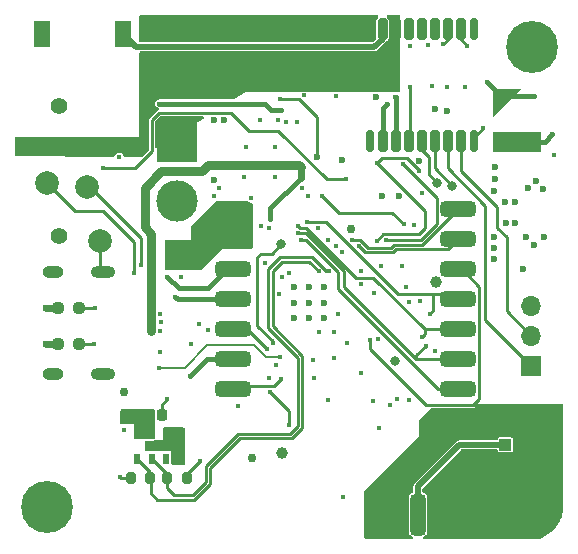
<source format=gbl>
%TF.GenerationSoftware,KiCad,Pcbnew,7.0.5-0*%
%TF.CreationDate,2024-02-02T13:19:59-05:00*%
%TF.ProjectId,BITSv5,42495453-7635-42e6-9b69-6361645f7063,rev?*%
%TF.SameCoordinates,Original*%
%TF.FileFunction,Copper,L4,Bot*%
%TF.FilePolarity,Positive*%
%FSLAX46Y46*%
G04 Gerber Fmt 4.6, Leading zero omitted, Abs format (unit mm)*
G04 Created by KiCad (PCBNEW 7.0.5-0) date 2024-02-02 13:19:59*
%MOMM*%
%LPD*%
G01*
G04 APERTURE LIST*
G04 Aperture macros list*
%AMRoundRect*
0 Rectangle with rounded corners*
0 $1 Rounding radius*
0 $2 $3 $4 $5 $6 $7 $8 $9 X,Y pos of 4 corners*
0 Add a 4 corners polygon primitive as box body*
4,1,4,$2,$3,$4,$5,$6,$7,$8,$9,$2,$3,0*
0 Add four circle primitives for the rounded corners*
1,1,$1+$1,$2,$3*
1,1,$1+$1,$4,$5*
1,1,$1+$1,$6,$7*
1,1,$1+$1,$8,$9*
0 Add four rect primitives between the rounded corners*
20,1,$1+$1,$2,$3,$4,$5,0*
20,1,$1+$1,$4,$5,$6,$7,0*
20,1,$1+$1,$6,$7,$8,$9,0*
20,1,$1+$1,$8,$9,$2,$3,0*%
%AMFreePoly0*
4,1,12,0.600036,1.800036,0.600050,1.800000,0.600050,-0.600000,0.600035,-0.600035,0.600000,-0.600050,-1.800000,-0.600050,-1.800035,-0.600035,-1.800050,-0.600000,-1.800035,-0.599965,0.599965,1.800036,0.600000,1.800050,0.600036,1.800036,0.600036,1.800036,$1*%
G04 Aperture macros list end*
%TA.AperFunction,ComponentPad*%
%ADD10C,0.600000*%
%TD*%
%TA.AperFunction,ComponentPad*%
%ADD11C,4.400000*%
%TD*%
%TA.AperFunction,ComponentPad*%
%ADD12O,2.100000X1.000000*%
%TD*%
%TA.AperFunction,ComponentPad*%
%ADD13O,1.800000X1.000000*%
%TD*%
%TA.AperFunction,ComponentPad*%
%ADD14R,1.700000X1.700000*%
%TD*%
%TA.AperFunction,ComponentPad*%
%ADD15O,1.700000X1.700000*%
%TD*%
%TA.AperFunction,ComponentPad*%
%ADD16C,1.400000*%
%TD*%
%TA.AperFunction,ComponentPad*%
%ADD17R,3.500000X3.500000*%
%TD*%
%TA.AperFunction,ComponentPad*%
%ADD18C,3.500000*%
%TD*%
%TA.AperFunction,SMDPad,CuDef*%
%ADD19RoundRect,0.200000X0.200000X0.275000X-0.200000X0.275000X-0.200000X-0.275000X0.200000X-0.275000X0*%
%TD*%
%TA.AperFunction,SMDPad,CuDef*%
%ADD20FreePoly0,180.000000*%
%TD*%
%TA.AperFunction,SMDPad,CuDef*%
%ADD21R,4.100000X1.700000*%
%TD*%
%TA.AperFunction,SMDPad,CuDef*%
%ADD22C,2.000000*%
%TD*%
%TA.AperFunction,SMDPad,CuDef*%
%ADD23R,0.550000X0.950000*%
%TD*%
%TA.AperFunction,SMDPad,CuDef*%
%ADD24RoundRect,0.225000X-0.225000X-0.250000X0.225000X-0.250000X0.225000X0.250000X-0.225000X0.250000X0*%
%TD*%
%TA.AperFunction,SMDPad,CuDef*%
%ADD25RoundRect,0.322500X-1.177500X-0.322500X1.177500X-0.322500X1.177500X0.322500X-1.177500X0.322500X0*%
%TD*%
%TA.AperFunction,SMDPad,CuDef*%
%ADD26RoundRect,0.325000X-1.175000X-0.325000X1.175000X-0.325000X1.175000X0.325000X-1.175000X0.325000X0*%
%TD*%
%TA.AperFunction,SMDPad,CuDef*%
%ADD27RoundRect,0.325000X-0.325000X1.425000X-0.325000X-1.425000X0.325000X-1.425000X0.325000X1.425000X0*%
%TD*%
%TA.AperFunction,SMDPad,CuDef*%
%ADD28RoundRect,0.200000X-0.200000X-0.275000X0.200000X-0.275000X0.200000X0.275000X-0.200000X0.275000X0*%
%TD*%
%TA.AperFunction,SMDPad,CuDef*%
%ADD29R,1.000000X1.000000*%
%TD*%
%TA.AperFunction,SMDPad,CuDef*%
%ADD30R,2.200000X1.050000*%
%TD*%
%TA.AperFunction,SMDPad,CuDef*%
%ADD31R,1.362800X2.259800*%
%TD*%
%TA.AperFunction,SMDPad,CuDef*%
%ADD32RoundRect,0.237500X0.250000X0.237500X-0.250000X0.237500X-0.250000X-0.237500X0.250000X-0.237500X0*%
%TD*%
%TA.AperFunction,SMDPad,CuDef*%
%ADD33RoundRect,0.237500X-0.250000X-0.237500X0.250000X-0.237500X0.250000X0.237500X-0.250000X0.237500X0*%
%TD*%
%TA.AperFunction,SMDPad,CuDef*%
%ADD34RoundRect,0.175000X0.175000X-0.725000X0.175000X0.725000X-0.175000X0.725000X-0.175000X-0.725000X0*%
%TD*%
%TA.AperFunction,SMDPad,CuDef*%
%ADD35RoundRect,0.200000X0.200000X-0.700000X0.200000X0.700000X-0.200000X0.700000X-0.200000X-0.700000X0*%
%TD*%
%TA.AperFunction,ViaPad*%
%ADD36C,0.450000*%
%TD*%
%TA.AperFunction,ViaPad*%
%ADD37C,0.600000*%
%TD*%
%TA.AperFunction,ViaPad*%
%ADD38C,0.750000*%
%TD*%
%TA.AperFunction,ViaPad*%
%ADD39C,1.000000*%
%TD*%
%TA.AperFunction,ViaPad*%
%ADD40C,0.800000*%
%TD*%
%TA.AperFunction,Conductor*%
%ADD41C,0.250000*%
%TD*%
%TA.AperFunction,Conductor*%
%ADD42C,0.450000*%
%TD*%
%TA.AperFunction,Conductor*%
%ADD43C,0.600000*%
%TD*%
%TA.AperFunction,Conductor*%
%ADD44C,0.500000*%
%TD*%
%TA.AperFunction,Conductor*%
%ADD45C,0.800000*%
%TD*%
%TA.AperFunction,Conductor*%
%ADD46C,0.200000*%
%TD*%
G04 APERTURE END LIST*
D10*
%TO.P,U1,57,GND*%
%TO.N,GND*%
X129105000Y-68123100D03*
X130380000Y-68123100D03*
X131655000Y-68123100D03*
X129105000Y-66848100D03*
X130380000Y-66848100D03*
X131655000Y-66848100D03*
X129105000Y-65573100D03*
X130380000Y-65573100D03*
X131655000Y-65573100D03*
%TD*%
D11*
%TO.P,H2,1*%
%TO.N,N/C*%
X108225000Y-84200000D03*
%TD*%
D12*
%TO.P,J2,S1,SHIELD*%
%TO.N,GND*%
X112900100Y-64278102D03*
D13*
X108720100Y-64278102D03*
D12*
X112900100Y-72918102D03*
D13*
X108720100Y-72918102D03*
%TD*%
D14*
%TO.P,J1,1,Pin_1*%
%TO.N,Net-(J1-Pin_1)*%
X149200000Y-72240000D03*
D15*
%TO.P,J1,2,Pin_2*%
%TO.N,Net-(J1-Pin_2)*%
X149200000Y-69700000D03*
%TO.P,J1,3,Pin_3*%
%TO.N,GND*%
X149200000Y-67160000D03*
%TD*%
D16*
%TO.P,BT1,*%
%TO.N,*%
X109205100Y-61223102D03*
X109205100Y-50223102D03*
D17*
%TO.P,BT1,1,-*%
%TO.N,GND*%
X119205100Y-53223102D03*
D18*
%TO.P,BT1,2,+*%
%TO.N,+BATT*%
X119205100Y-58223102D03*
%TD*%
D11*
%TO.P,H3,1,1*%
%TO.N,GND*%
X149225000Y-84200000D03*
%TD*%
%TO.P,H4,1*%
%TO.N,N/C*%
X149225000Y-45200000D03*
%TD*%
D19*
%TO.P,R9,1*%
%TO.N,+3V3*%
X120025000Y-81675000D03*
%TO.P,R9,2*%
%TO.N,/SDA*%
X118375000Y-81675000D03*
%TD*%
D20*
%TO.P,BT2,1,+*%
%TO.N,Net-(BT2-+)*%
X146550000Y-49325000D03*
D21*
%TO.P,BT2,2,-*%
%TO.N,GND*%
X148000000Y-53275000D03*
%TD*%
D22*
%TO.P,TP1,1,1*%
%TO.N,/RP_SWCLK*%
X108200000Y-56700000D03*
%TD*%
D23*
%TO.P,U11,1,VDD*%
%TO.N,+3V3*%
X115800000Y-77925000D03*
%TO.P,U11,2,PS*%
X117050000Y-77925000D03*
%TO.P,U11,3,GND*%
%TO.N,GND*%
X118300000Y-77925000D03*
%TO.P,U11,4,CSB*%
X119550000Y-77925000D03*
%TO.P,U11,5,CSB*%
X119550000Y-80075000D03*
%TO.P,U11,6,SDO*%
%TO.N,unconnected-(U11-SDO-Pad6)*%
X118300000Y-80075000D03*
%TO.P,U11,7,SDI/SDA*%
%TO.N,/SDA*%
X117050000Y-80075000D03*
%TO.P,U11,8,SCLK*%
%TO.N,/SCL*%
X115800000Y-80075000D03*
%TD*%
D24*
%TO.P,C29,1*%
%TO.N,+3V3*%
X116350000Y-76375000D03*
%TO.P,C29,2*%
%TO.N,GND*%
X117900000Y-76375000D03*
%TD*%
D22*
%TO.P,TP2,1,1*%
%TO.N,/RP_SWD*%
X111600000Y-57100000D03*
%TD*%
D25*
%TO.P,U4,1,SW*%
%TO.N,/DRF_SW*%
X123965000Y-74210000D03*
D26*
%TO.P,U4,2,GND*%
%TO.N,GND*%
X123965000Y-71665000D03*
%TO.P,U4,3,TXEN*%
%TO.N,/DRF_TXEN*%
X123965000Y-69125000D03*
%TO.P,U4,4,GND*%
%TO.N,GND*%
X123965000Y-66585000D03*
%TO.P,U4,5,GND*%
X123965000Y-64045000D03*
%TO.P,U4,6,VDD*%
%TO.N,+5V*%
X123965000Y-61505000D03*
%TO.P,U4,7,VDD*%
X123965000Y-58965000D03*
%TO.P,U4,8,DIO1*%
%TO.N,/DRF_DIO1*%
X142965000Y-58965000D03*
%TO.P,U4,9,BUSY*%
%TO.N,/DRF_BUSY*%
X142965000Y-61505000D03*
%TO.P,U4,10,RST*%
%TO.N,/RDIO_RST*%
X142965000Y-64045000D03*
%TO.P,U4,11,MISO*%
%TO.N,/MISO*%
X142965000Y-66585000D03*
%TO.P,U4,12,MOSI*%
%TO.N,/MOSI*%
X142965000Y-69125000D03*
%TO.P,U4,13,SCK*%
%TO.N,/SCK*%
X142965000Y-71665000D03*
D25*
%TO.P,U4,14,NSS*%
%TO.N,/DRF_CS*%
X142965000Y-74210000D03*
D27*
%TO.P,U4,15,GND*%
%TO.N,GND*%
X142135000Y-84815000D03*
%TO.P,U4,16,ANT*%
%TO.N,Net-(J6-In)*%
X139595000Y-84815000D03*
%TO.P,U4,17,GND*%
%TO.N,GND*%
X137055000Y-84815000D03*
%TD*%
D28*
%TO.P,R6,1*%
%TO.N,+3V3*%
X115275000Y-81675000D03*
%TO.P,R6,2*%
%TO.N,/SCL*%
X116925000Y-81675000D03*
%TD*%
D29*
%TO.P,J6,1,In*%
%TO.N,Net-(J6-In)*%
X147000000Y-78900000D03*
D30*
%TO.P,J6,2,Ext*%
%TO.N,GND*%
X148500000Y-80375000D03*
D29*
X150000000Y-78900000D03*
D30*
X148500000Y-77425000D03*
%TD*%
D31*
%TO.P,AE1,1,A*%
%TO.N,Net-(AE1-A)*%
X114662701Y-44100000D03*
%TO.P,AE1,2*%
%TO.N,N/C*%
X107737299Y-44100000D03*
%TD*%
D22*
%TO.P,TP3,1,1*%
%TO.N,GND*%
X112700000Y-61600000D03*
%TD*%
D32*
%TO.P,R8,1*%
%TO.N,Net-(J2-CC2)*%
X110932600Y-70348102D03*
%TO.P,R8,2*%
%TO.N,GND*%
X109107600Y-70348102D03*
%TD*%
D33*
%TO.P,R7,1*%
%TO.N,GND*%
X109107600Y-67348102D03*
%TO.P,R7,2*%
%TO.N,Net-(J2-CC1)*%
X110932600Y-67348102D03*
%TD*%
D34*
%TO.P,U3,1,GND*%
%TO.N,GND*%
X144300000Y-53200000D03*
D35*
%TO.P,U3,2,TXD*%
%TO.N,Net-(J1-Pin_2)*%
X143200000Y-53200000D03*
%TO.P,U3,3,RXD*%
%TO.N,Net-(J1-Pin_1)*%
X142100000Y-53200000D03*
%TO.P,U3,4,TIMEPULSE*%
%TO.N,/TIMEPULSE*%
X141000000Y-53200000D03*
%TO.P,U3,5,EXTINT*%
%TO.N,/EXTINT*%
X139900000Y-53200000D03*
%TO.P,U3,6,V_BCKP*%
%TO.N,Net-(BT2-+)*%
X138800000Y-53200000D03*
%TO.P,U3,7,VCC_IO*%
%TO.N,+3V3*%
X137700000Y-53200000D03*
%TO.P,U3,8,VCC*%
X136600000Y-53200000D03*
D34*
%TO.P,U3,9,~{RESET}*%
%TO.N,unconnected-(U3-~{RESET}-Pad9)*%
X135500000Y-53200000D03*
%TO.P,U3,10,GND*%
%TO.N,GND*%
X135500000Y-43700000D03*
D35*
%TO.P,U3,11,RF_IN*%
%TO.N,Net-(AE1-A)*%
X136600000Y-43700000D03*
%TO.P,U3,12,GND*%
%TO.N,GND*%
X137700000Y-43700000D03*
%TO.P,U3,13,LNA_EN*%
%TO.N,unconnected-(U3-LNA_EN-Pad13)*%
X138800000Y-43700000D03*
%TO.P,U3,14,VCC_RF*%
%TO.N,unconnected-(U3-VCC_RF-Pad14)*%
X139900000Y-43700000D03*
%TO.P,U3,15,VIO_SEL*%
%TO.N,unconnected-(U3-VIO_SEL-Pad15)*%
X141000000Y-43700000D03*
%TO.P,U3,16,SDA*%
%TO.N,/SDA*%
X142100000Y-43700000D03*
%TO.P,U3,17,SCL*%
%TO.N,/SCL*%
X143200000Y-43700000D03*
D34*
%TO.P,U3,18,~{SAFEBOOT}*%
%TO.N,unconnected-(U3-~{SAFEBOOT}-Pad18)*%
X144300000Y-43700000D03*
%TD*%
D36*
%TO.N,/QSPI_SS*%
X128670000Y-77240000D03*
X127070000Y-74430000D03*
%TO.N,GND*%
X138770000Y-82250000D03*
D37*
X141073000Y-50496899D03*
D36*
X117500000Y-43100000D03*
X139770000Y-78650000D03*
X124900000Y-44300000D03*
X124900000Y-56200000D03*
X143400000Y-78100000D03*
X106300000Y-53600000D03*
X119030000Y-66350000D03*
X145500000Y-79900000D03*
X140830000Y-85100000D03*
X140790000Y-84260000D03*
X136260000Y-82120000D03*
X141800000Y-79020000D03*
X123700000Y-46500000D03*
D37*
X139703000Y-54831899D03*
D36*
X129780000Y-57160000D03*
X138810000Y-66800000D03*
X117820000Y-68480000D03*
X120270000Y-73110000D03*
X118075000Y-78975000D03*
X121900000Y-44300000D03*
X138310000Y-84860000D03*
D37*
X148450000Y-64020000D03*
D36*
X140580000Y-76520000D03*
X126280000Y-60380000D03*
D37*
X122325000Y-51355000D03*
D38*
X133930000Y-60620000D03*
D37*
X108120100Y-67348102D03*
D36*
X109466666Y-53600000D03*
X137100000Y-48024481D03*
X127530000Y-53660000D03*
X117450000Y-78975000D03*
X128405000Y-51535000D03*
X143800000Y-79900000D03*
X131120000Y-60530000D03*
X139190000Y-81630000D03*
X135460000Y-82970000D03*
D37*
X133195000Y-54775000D03*
D36*
X130280000Y-57860000D03*
X151500000Y-75800000D03*
X112633332Y-53600000D03*
X118900000Y-44300000D03*
X146300000Y-75800000D03*
D37*
X136085000Y-49425000D03*
D36*
X147400000Y-75800000D03*
X116300000Y-51900000D03*
X141180000Y-79650000D03*
X150980000Y-52610000D03*
X135470000Y-86420000D03*
X120700000Y-46500000D03*
X118350000Y-75050000D03*
X140130000Y-80680000D03*
X140760000Y-83450000D03*
X144400000Y-76250000D03*
X141040000Y-82210000D03*
X141500000Y-76250000D03*
X140830000Y-85770000D03*
X138930000Y-79450000D03*
X132860000Y-67850000D03*
X137200000Y-75500000D03*
X132700000Y-46500000D03*
X132500000Y-43100000D03*
X139770000Y-66720000D03*
X116825000Y-79000000D03*
X129500000Y-43100000D03*
X135460000Y-84170000D03*
X124366402Y-75571000D03*
D38*
X114695000Y-74425000D03*
D36*
X132660000Y-49360000D03*
X145300000Y-75800000D03*
X142100000Y-81110000D03*
X140470000Y-45050000D03*
D37*
X137958000Y-57806899D03*
D36*
X116500000Y-50000000D03*
X137130000Y-81170000D03*
D39*
X128050000Y-79580000D03*
D36*
X138310000Y-83950000D03*
X138420000Y-83010000D03*
X126700000Y-46500000D03*
X115800000Y-53600000D03*
X126980000Y-73215600D03*
X126230000Y-51435000D03*
X117300000Y-48700000D03*
D37*
X108120100Y-70348102D03*
D36*
X138910000Y-45090000D03*
X138260000Y-63780000D03*
X144700000Y-79900000D03*
X117780000Y-71020000D03*
X138330000Y-85670000D03*
X133900000Y-44300000D03*
X129320000Y-51530000D03*
X135450000Y-85310000D03*
X117700000Y-46500000D03*
X149500000Y-75800000D03*
X142640000Y-80490000D03*
D37*
X142043000Y-50651899D03*
D36*
X122305000Y-57860000D03*
X119520000Y-64660000D03*
X143150000Y-79930000D03*
X139630000Y-81100000D03*
X143400000Y-76240000D03*
D40*
X137680000Y-71800000D03*
D36*
X125005000Y-53660000D03*
X145110000Y-52070000D03*
D39*
X141088101Y-65151899D03*
D36*
X140490000Y-82660000D03*
X133270000Y-83340000D03*
X138390000Y-86580000D03*
X120500000Y-43100000D03*
X151120000Y-54330000D03*
X127705000Y-51410000D03*
X140660000Y-80190000D03*
X127000000Y-60530000D03*
X129700000Y-46500000D03*
X122100000Y-48024481D03*
X121830000Y-69150000D03*
X148500000Y-75800000D03*
X122780000Y-57185000D03*
D37*
X136533000Y-57831899D03*
D36*
X127900000Y-44300000D03*
X140100000Y-77410000D03*
X119100000Y-48024481D03*
X130900000Y-44300000D03*
X131100000Y-48024481D03*
X123500000Y-43100000D03*
X142470000Y-78370000D03*
X117790000Y-67820000D03*
X145200000Y-78100000D03*
X141540000Y-81700000D03*
X117780000Y-69220000D03*
X136200000Y-69900000D03*
X138620000Y-65550000D03*
X140730000Y-86510000D03*
X135700000Y-46500000D03*
X118330000Y-64650000D03*
X127505000Y-56200000D03*
X134100000Y-48024481D03*
X138070000Y-80230000D03*
D37*
X123175000Y-51355000D03*
D36*
X150500000Y-75800000D03*
X126500000Y-43100000D03*
X142330000Y-76300000D03*
X144300000Y-78100000D03*
X125100000Y-48024481D03*
X130800000Y-73220000D03*
X128100000Y-48024481D03*
X129911937Y-49298063D03*
%TO.N,+3V3*%
X136300000Y-77500000D03*
X141060000Y-70950000D03*
D37*
X146080000Y-55370000D03*
D36*
X135858068Y-66081932D03*
X127850000Y-66120000D03*
X136940000Y-50060000D03*
X127600000Y-72100000D03*
X126660000Y-63470000D03*
X140750000Y-48500000D03*
X142020000Y-48600000D03*
D37*
X150220000Y-57200000D03*
D36*
X143570000Y-48610000D03*
D37*
X146950000Y-58370000D03*
D36*
X114400000Y-81625000D03*
X130690000Y-71720000D03*
D37*
X149570000Y-56600000D03*
X115025000Y-76525000D03*
X147810000Y-58370000D03*
D36*
X131980000Y-61570000D03*
D37*
X146090000Y-56400000D03*
D36*
X121060000Y-68690000D03*
X137670000Y-49440000D03*
D37*
X146060000Y-57380000D03*
D36*
X114730000Y-77640000D03*
D37*
X148880000Y-57160000D03*
D36*
X121150000Y-80250000D03*
X120340000Y-70390000D03*
%TO.N,+BATT*%
X125490000Y-58040000D03*
D37*
X122310000Y-56440000D03*
D36*
%TO.N,Net-(U1-RUN)*%
X134800000Y-72840000D03*
X134800000Y-65280000D03*
D37*
%TO.N,VCC*%
X131040000Y-54550000D03*
D36*
X131480000Y-57790000D03*
X138403000Y-60226899D03*
X127920000Y-49590000D03*
D38*
%TO.N,+5V*%
X125550000Y-79980000D03*
D37*
X118610000Y-63640000D03*
X119660000Y-63640000D03*
X147050000Y-60100000D03*
X146040000Y-62250000D03*
X119660000Y-62810000D03*
X147840000Y-60120000D03*
X146030000Y-61340000D03*
X148720000Y-61340000D03*
X146040000Y-63180000D03*
X118600000Y-62790000D03*
X150260000Y-61310000D03*
X118590000Y-61970000D03*
X149450000Y-62020000D03*
X119610000Y-61960000D03*
D36*
%TO.N,Net-(BT2-+)*%
X145450000Y-48200000D03*
X138920000Y-48590000D03*
X149400000Y-49360000D03*
%TO.N,Net-(U5-FB1)*%
X136860000Y-61520000D03*
X138323000Y-55086899D03*
%TO.N,Net-(U5-BIAS)*%
X136090000Y-61600000D03*
X136113000Y-55016899D03*
X139713000Y-55706899D03*
%TO.N,Net-(U5-VCC)*%
X139923000Y-57546899D03*
X139253000Y-60326899D03*
D37*
%TO.N,VBUS*%
X129660000Y-56280000D03*
D36*
X127100000Y-59790000D03*
D37*
X117005000Y-67825000D03*
X117005000Y-68555000D03*
X129680000Y-55360000D03*
X117015000Y-69295000D03*
D36*
%TO.N,Net-(J2-CC1)*%
X112245100Y-67348102D03*
%TO.N,/LED*%
X117637500Y-72400000D03*
X127900000Y-71500000D03*
D40*
%TO.N,/TIMEPULSE*%
X142500000Y-57000000D03*
D36*
X136500000Y-63750000D03*
D40*
%TO.N,/EXTINT*%
X141250000Y-56750000D03*
D36*
X134800000Y-64200000D03*
%TO.N,/RDIO_RST*%
X135500000Y-70000000D03*
%TO.N,/MISO*%
X140600000Y-67800000D03*
X135800000Y-75200000D03*
X130180000Y-60030000D03*
%TO.N,Net-(SW3-C)*%
X128030000Y-50530000D03*
X114300000Y-54500000D03*
X117700000Y-50000000D03*
%TO.N,/DRF_SW*%
X128040000Y-73330000D03*
X132460000Y-71530000D03*
%TO.N,/DRF_TXEN*%
X126800000Y-70800000D03*
X131231819Y-69308181D03*
%TO.N,/LVC_CUTOFF*%
X133473000Y-56416899D03*
X112900000Y-55500000D03*
%TO.N,/DRF_DIO1*%
X132515000Y-69345000D03*
X133990000Y-61550000D03*
%TO.N,/RP_SWCLK*%
X128110000Y-64730000D03*
X115540000Y-64380000D03*
%TO.N,/RP_SWD*%
X116120000Y-63650000D03*
X128700000Y-64340000D03*
%TO.N,/DRF_BUSY*%
X133560000Y-70290000D03*
X134570000Y-62070000D03*
%TO.N,/SCK*%
X138800000Y-75100000D03*
X140300000Y-70500000D03*
X129400000Y-61000000D03*
%TO.N,/DRF_CS*%
X129700000Y-61527000D03*
%TO.N,/MOSI*%
X129440000Y-60378000D03*
X139900000Y-69800000D03*
X137800000Y-75000000D03*
%TO.N,/FRAM_CS*%
X127300000Y-70300000D03*
X132000000Y-75100000D03*
D40*
X128000000Y-61900000D03*
D36*
%TO.N,Net-(J2-CC2)*%
X112145100Y-70348102D03*
%TO.N,/SCL*%
X131190327Y-64209620D03*
X143750000Y-45090000D03*
X132664458Y-62034458D03*
%TO.N,/SDA*%
X141750000Y-45000000D03*
X132076477Y-64181879D03*
X133160000Y-62550000D03*
%TD*%
D41*
%TO.N,/QSPI_SS*%
X128670000Y-76030000D02*
X127070000Y-74430000D01*
X128670000Y-77240000D02*
X128670000Y-76030000D01*
D42*
%TO.N,GND*%
X123395000Y-64045000D02*
X121780000Y-65660000D01*
X123965000Y-64045000D02*
X123395000Y-64045000D01*
D43*
X109107600Y-67348102D02*
X108120100Y-67348102D01*
D42*
X123965000Y-71665000D02*
X121715000Y-71665000D01*
X119340000Y-65660000D02*
X118330000Y-64650000D01*
D41*
X117900000Y-76375000D02*
X117900000Y-75500000D01*
D43*
X109107600Y-70348102D02*
X108120100Y-70348102D01*
D41*
X112700000Y-61600000D02*
X112700000Y-64078002D01*
D42*
X121715000Y-71665000D02*
X120270000Y-73110000D01*
D41*
X144300000Y-52880000D02*
X145110000Y-52070000D01*
X117900000Y-75500000D02*
X118350000Y-75050000D01*
D42*
X148000000Y-53275000D02*
X150315000Y-53275000D01*
D41*
X144300000Y-53200000D02*
X144300000Y-52880000D01*
D42*
X121780000Y-65660000D02*
X119340000Y-65660000D01*
X119265000Y-66585000D02*
X119030000Y-66350000D01*
X150315000Y-53275000D02*
X150980000Y-52610000D01*
X123965000Y-66585000D02*
X119265000Y-66585000D01*
D41*
X112700000Y-64078002D02*
X112900100Y-64278102D01*
D42*
%TO.N,+3V3*%
X136600000Y-50400000D02*
X136940000Y-50060000D01*
X137700000Y-49470000D02*
X137670000Y-49440000D01*
D41*
X114450000Y-81675000D02*
X114400000Y-81625000D01*
X120025000Y-81375000D02*
X121150000Y-80250000D01*
X115275000Y-81675000D02*
X114450000Y-81675000D01*
X120025000Y-81675000D02*
X120025000Y-81375000D01*
D42*
X136600000Y-53200000D02*
X136600000Y-50400000D01*
X137700000Y-53200000D02*
X137700000Y-49470000D01*
D41*
%TO.N,Net-(J1-Pin_1)*%
X145250000Y-58650000D02*
X142100000Y-55500000D01*
X149200000Y-72240000D02*
X145250000Y-68290000D01*
X142100000Y-55500000D02*
X142100000Y-53200000D01*
X145250000Y-68290000D02*
X145250000Y-58650000D01*
%TO.N,Net-(J1-Pin_2)*%
X143200000Y-55700000D02*
X146300000Y-58800000D01*
X146300000Y-60500000D02*
X147100000Y-61300000D01*
X143200000Y-53200000D02*
X143200000Y-55700000D01*
X147100000Y-61300000D02*
X147100000Y-67600000D01*
X146300000Y-58800000D02*
X146300000Y-60500000D01*
X147100000Y-67600000D02*
X149200000Y-69700000D01*
%TO.N,VCC*%
X129530000Y-49590000D02*
X131040000Y-51100000D01*
X131040000Y-51100000D02*
X131040000Y-54550000D01*
X127920000Y-49590000D02*
X129530000Y-49590000D01*
X131480000Y-57790000D02*
X132930000Y-59240000D01*
X132930000Y-59240000D02*
X137416101Y-59240000D01*
X137416101Y-59240000D02*
X138403000Y-60226899D01*
D44*
%TO.N,Net-(AE1-A)*%
X115762701Y-45200000D02*
X114662701Y-44100000D01*
X136600000Y-43700000D02*
X136600000Y-44500000D01*
X135900000Y-45200000D02*
X115762701Y-45200000D01*
X136600000Y-44500000D02*
X135900000Y-45200000D01*
D41*
%TO.N,Net-(BT2-+)*%
X138800000Y-53200000D02*
X138920000Y-53080000D01*
D42*
X146550000Y-49300000D02*
X145450000Y-48200000D01*
X146550000Y-49325000D02*
X149365000Y-49325000D01*
X146550000Y-49325000D02*
X146550000Y-49300000D01*
X149365000Y-49325000D02*
X149400000Y-49360000D01*
D41*
X138920000Y-53080000D02*
X138920000Y-48590000D01*
%TO.N,Net-(U5-FB1)*%
X136860000Y-61520000D02*
X139876842Y-61520000D01*
X139876842Y-61520000D02*
X141213000Y-60183842D01*
X141213000Y-60183842D02*
X141213000Y-57976899D01*
X141213000Y-57976899D02*
X138323000Y-55086899D01*
%TO.N,Net-(U5-BIAS)*%
X136647000Y-61043000D02*
X139667000Y-61043000D01*
X140170000Y-59073899D02*
X136113000Y-55016899D01*
X140170000Y-60540000D02*
X140170000Y-59073899D01*
X139713000Y-55653000D02*
X138669899Y-54609899D01*
X139713000Y-55706899D02*
X139713000Y-55653000D01*
X136520000Y-54609899D02*
X136113000Y-55016899D01*
X138669899Y-54609899D02*
X136520000Y-54609899D01*
X139667000Y-61043000D02*
X140170000Y-60540000D01*
X136090000Y-61600000D02*
X136647000Y-61043000D01*
D45*
%TO.N,VBUS*%
X117015000Y-61056643D02*
X116450000Y-60491643D01*
X116450000Y-60491643D02*
X116450000Y-57120000D01*
D43*
X129680000Y-56260000D02*
X129660000Y-56280000D01*
D45*
X121790000Y-55210000D02*
X129530000Y-55210000D01*
D42*
X127100000Y-59790000D02*
X127100000Y-58840000D01*
D45*
X117015000Y-69295000D02*
X117015000Y-61056643D01*
D42*
X127100000Y-58840000D02*
X129660000Y-56280000D01*
D45*
X121280000Y-55720000D02*
X121790000Y-55210000D01*
X129530000Y-55210000D02*
X129680000Y-55360000D01*
X117850000Y-55720000D02*
X121280000Y-55720000D01*
X116450000Y-57120000D02*
X117850000Y-55720000D01*
D43*
X129680000Y-55360000D02*
X129680000Y-56260000D01*
D41*
%TO.N,Net-(J2-CC1)*%
X110932600Y-67348102D02*
X112245100Y-67348102D01*
D46*
%TO.N,/LED*%
X125730000Y-70480000D02*
X121750000Y-70480000D01*
X121750000Y-70480000D02*
X119830000Y-72400000D01*
X127900000Y-71500000D02*
X126750000Y-71500000D01*
X126750000Y-71500000D02*
X125730000Y-70480000D01*
X119830000Y-72400000D02*
X117637500Y-72400000D01*
D44*
%TO.N,Net-(J6-In)*%
X143100000Y-78900000D02*
X147000000Y-78900000D01*
X139595000Y-82405000D02*
X143100000Y-78900000D01*
X139595000Y-84815000D02*
X139595000Y-82405000D01*
D41*
%TO.N,/TIMEPULSE*%
X141000000Y-55500000D02*
X141000000Y-53200000D01*
X142500000Y-57000000D02*
X141000000Y-55500000D01*
%TO.N,/EXTINT*%
X139900000Y-53900000D02*
X140500000Y-54500000D01*
X140500000Y-56000000D02*
X141250000Y-56750000D01*
X140500000Y-54500000D02*
X140500000Y-56000000D01*
X139900000Y-53200000D02*
X139900000Y-53900000D01*
%TO.N,/RDIO_RST*%
X140250000Y-75500000D02*
X135500000Y-70750000D01*
X143295000Y-64045000D02*
X144750000Y-65500000D01*
X142965000Y-64045000D02*
X143295000Y-64045000D01*
X144750000Y-75000000D02*
X144250000Y-75500000D01*
X144750000Y-65500000D02*
X144750000Y-75000000D01*
X144250000Y-75500000D02*
X140250000Y-75500000D01*
X135500000Y-70750000D02*
X135500000Y-70000000D01*
%TO.N,/MISO*%
X130180000Y-60030000D02*
X131780000Y-60030000D01*
X131780000Y-60030000D02*
X137900000Y-66150000D01*
X142530000Y-66150000D02*
X140900000Y-66150000D01*
X140900000Y-66150000D02*
X139250000Y-66150000D01*
X140900000Y-66150000D02*
X140900000Y-67500000D01*
X140900000Y-67500000D02*
X140600000Y-67800000D01*
X142965000Y-66585000D02*
X142530000Y-66150000D01*
X137900000Y-66150000D02*
X139250000Y-66150000D01*
D42*
%TO.N,Net-(SW3-C)*%
X117700000Y-50000000D02*
X126660000Y-50000000D01*
X126660000Y-50000000D02*
X127190000Y-50530000D01*
X127190000Y-50530000D02*
X128030000Y-50530000D01*
D41*
%TO.N,/DRF_SW*%
X127417000Y-73953000D02*
X128040000Y-73330000D01*
X124222000Y-73953000D02*
X127417000Y-73953000D01*
X123965000Y-74210000D02*
X124222000Y-73953000D01*
%TO.N,/DRF_TXEN*%
X126800000Y-70800000D02*
X125125000Y-69125000D01*
X125125000Y-69125000D02*
X123965000Y-69125000D01*
%TO.N,/LVC_CUTOFF*%
X123770000Y-50800000D02*
X125290000Y-52320000D01*
X125290000Y-52320000D02*
X127770000Y-52320000D01*
X115600000Y-55500000D02*
X117100000Y-54000000D01*
X117100000Y-54000000D02*
X117100000Y-51400000D01*
X117700000Y-50800000D02*
X123770000Y-50800000D01*
X127770000Y-52320000D02*
X131866899Y-56416899D01*
X117100000Y-51400000D02*
X117700000Y-50800000D01*
X131866899Y-56416899D02*
X133473000Y-56416899D01*
X112900000Y-55500000D02*
X115600000Y-55500000D01*
%TO.N,/DRF_DIO1*%
X137320582Y-62213000D02*
X135387580Y-62213000D01*
X137557581Y-61976000D02*
X137320582Y-62213000D01*
X135387580Y-62213000D02*
X134724580Y-61550000D01*
X134724580Y-61550000D02*
X133990000Y-61550000D01*
X142965000Y-58965000D02*
X139954000Y-61976000D01*
X139954000Y-61976000D02*
X137557581Y-61976000D01*
%TO.N,/RP_SWCLK*%
X112900000Y-59100000D02*
X110600000Y-59100000D01*
X115540000Y-61740000D02*
X112900000Y-59100000D01*
X110600000Y-59100000D02*
X108200000Y-56700000D01*
X115540000Y-64380000D02*
X115540000Y-61740000D01*
%TO.N,/RP_SWD*%
X111600000Y-57100000D02*
X111800000Y-57100000D01*
X111800000Y-57100000D02*
X116120000Y-61420000D01*
X116120000Y-61420000D02*
X116120000Y-63650000D01*
%TO.N,/DRF_BUSY*%
X142965000Y-61505000D02*
X142117000Y-62353000D01*
X135090000Y-62590000D02*
X134570000Y-62070000D01*
X137713740Y-62353000D02*
X137476741Y-62590000D01*
X137476741Y-62590000D02*
X135090000Y-62590000D01*
X142117000Y-62353000D02*
X137713740Y-62353000D01*
%TO.N,/SCK*%
X133300000Y-65500000D02*
X139465000Y-71665000D01*
X139465000Y-71335000D02*
X140300000Y-70500000D01*
X139465000Y-71665000D02*
X142965000Y-71665000D01*
X129400000Y-61000000D02*
X130102262Y-61000000D01*
X133300000Y-64197738D02*
X133300000Y-65500000D01*
X139465000Y-71665000D02*
X139465000Y-71335000D01*
X130102262Y-61000000D02*
X133300000Y-64197738D01*
%TO.N,/DRF_CS*%
X132800000Y-65710580D02*
X141299420Y-74210000D01*
X130096104Y-61527000D02*
X132800000Y-64230896D01*
X141299420Y-74210000D02*
X142965000Y-74210000D01*
X132800000Y-64230896D02*
X132800000Y-65710580D01*
X129700000Y-61527000D02*
X130096104Y-61527000D01*
%TO.N,/MOSI*%
X140185000Y-69125000D02*
X135807000Y-64747000D01*
X129575000Y-60513000D02*
X129440000Y-60378000D01*
X140185000Y-69125000D02*
X140185000Y-69515000D01*
X135807000Y-64747000D02*
X134382420Y-64747000D01*
X134382420Y-64747000D02*
X130148421Y-60513000D01*
X130148421Y-60513000D02*
X129575000Y-60513000D01*
X142965000Y-69125000D02*
X140185000Y-69125000D01*
X140185000Y-69515000D02*
X139900000Y-69800000D01*
%TO.N,/FRAM_CS*%
X127200000Y-62700000D02*
X126300000Y-62700000D01*
X126300000Y-62700000D02*
X126000000Y-63000000D01*
X128000000Y-61900000D02*
X127200000Y-62700000D01*
X127300000Y-70100000D02*
X127300000Y-70300000D01*
X126000000Y-63000000D02*
X126000000Y-63300000D01*
X126000000Y-68800000D02*
X127300000Y-70100000D01*
X126000000Y-63300000D02*
X126000000Y-68800000D01*
%TO.N,Net-(J2-CC2)*%
X110932600Y-70348102D02*
X112145100Y-70348102D01*
%TO.N,/SCL*%
X127297000Y-68843842D02*
X129807000Y-71353842D01*
X124510000Y-78330000D02*
X122000421Y-80839579D01*
X131190327Y-64209620D02*
X130357707Y-63377000D01*
X116980000Y-81730000D02*
X116925000Y-81675000D01*
X128923158Y-78330000D02*
X124510000Y-78330000D01*
X117510000Y-83540000D02*
X117510000Y-83530000D01*
X129807000Y-77446158D02*
X128923158Y-78330000D01*
X128066158Y-63377000D02*
X127297000Y-64146158D01*
X116925000Y-81675000D02*
X116925000Y-81200000D01*
X129807000Y-71353842D02*
X129807000Y-77446158D01*
X127297000Y-64146158D02*
X127297000Y-68843842D01*
X117510000Y-83530000D02*
X116980000Y-83000000D01*
X120670000Y-83540000D02*
X117510000Y-83540000D01*
X122000421Y-80839579D02*
X122000421Y-82209579D01*
X116925000Y-81200000D02*
X115800000Y-80075000D01*
X122000421Y-82209579D02*
X120670000Y-83540000D01*
X130357707Y-63377000D02*
X128066158Y-63377000D01*
X143200000Y-44540000D02*
X143750000Y-45090000D01*
X116980000Y-83000000D02*
X116980000Y-81730000D01*
X143200000Y-43700000D02*
X143200000Y-44540000D01*
%TO.N,/SDA*%
X118375000Y-81675000D02*
X118375000Y-81400000D01*
X130654580Y-63000000D02*
X127910000Y-63000000D01*
X129430000Y-71510000D02*
X129430000Y-77290000D01*
X126920000Y-63990000D02*
X126920000Y-69000000D01*
X141750000Y-45000000D02*
X142100000Y-44650000D01*
X132076477Y-64181879D02*
X131836459Y-64181879D01*
X121623421Y-82053421D02*
X120536842Y-83140000D01*
X126920000Y-69000000D02*
X129430000Y-71510000D01*
X128780000Y-77940000D02*
X124366842Y-77940000D01*
X127910000Y-63000000D02*
X126920000Y-63990000D01*
X120536842Y-83140000D02*
X118960000Y-83140000D01*
X118960000Y-83140000D02*
X118375000Y-82555000D01*
X118375000Y-81400000D02*
X117050000Y-80075000D01*
X118375000Y-82555000D02*
X118375000Y-81675000D01*
X124366842Y-77940000D02*
X121623421Y-80683421D01*
X129430000Y-77290000D02*
X128780000Y-77940000D01*
X142100000Y-44650000D02*
X142100000Y-43700000D01*
X131836459Y-64181879D02*
X130654580Y-63000000D01*
X121623421Y-80683421D02*
X121623421Y-82053421D01*
%TD*%
%TA.AperFunction,Conductor*%
%TO.N,GND*%
G36*
X138053039Y-42520185D02*
G01*
X138098794Y-42572989D01*
X138110000Y-42624500D01*
X138110000Y-42770000D01*
X138105490Y-45580139D01*
X138100199Y-48876199D01*
X138080407Y-48943207D01*
X138027529Y-48988877D01*
X137976199Y-49000000D01*
X124999999Y-49000000D01*
X124018092Y-49627964D01*
X123951284Y-49647500D01*
X117737500Y-49647500D01*
X117718101Y-49645973D01*
X117700001Y-49643106D01*
X117700000Y-49643106D01*
X117696499Y-49643660D01*
X117676154Y-49646882D01*
X117671586Y-49647433D01*
X117670806Y-49647497D01*
X117643403Y-49652069D01*
X117586688Y-49661053D01*
X117583961Y-49661989D01*
X117536760Y-49687532D01*
X117535402Y-49688246D01*
X117490225Y-49711265D01*
X117485715Y-49714542D01*
X117481523Y-49717182D01*
X117480497Y-49717981D01*
X117480496Y-49717981D01*
X117480496Y-49717982D01*
X117474381Y-49724625D01*
X117446471Y-49754942D01*
X117444698Y-49756789D01*
X117411267Y-49790221D01*
X117405535Y-49798111D01*
X117405181Y-49797854D01*
X117400819Y-49804532D01*
X117382005Y-49847423D01*
X117380470Y-49850663D01*
X117360574Y-49889713D01*
X117357558Y-49898996D01*
X117357151Y-49898863D01*
X117355730Y-49903707D01*
X117353561Y-49912275D01*
X117349979Y-49955498D01*
X117349428Y-49960075D01*
X117343106Y-49999996D01*
X117343106Y-50004996D01*
X117343965Y-50028086D01*
X117343846Y-50029512D01*
X117353656Y-50068250D01*
X117354790Y-50073773D01*
X117360573Y-50110283D01*
X117360573Y-50110284D01*
X117361674Y-50112445D01*
X117371393Y-50138295D01*
X117372725Y-50143554D01*
X117392707Y-50174140D01*
X117396046Y-50179906D01*
X117401898Y-50191390D01*
X117411267Y-50209777D01*
X117411269Y-50209780D01*
X117415795Y-50214305D01*
X117431921Y-50234161D01*
X117433757Y-50236970D01*
X117437072Y-50242044D01*
X117463183Y-50262367D01*
X117468949Y-50267459D01*
X117490223Y-50288733D01*
X117499487Y-50293453D01*
X117519344Y-50306078D01*
X117529909Y-50314301D01*
X117529910Y-50314301D01*
X117529911Y-50314302D01*
X117529910Y-50314302D01*
X117557947Y-50323927D01*
X117565975Y-50327330D01*
X117597001Y-50343139D01*
X117647797Y-50391114D01*
X117664591Y-50458935D01*
X117642053Y-50525070D01*
X117609596Y-50556725D01*
X117517958Y-50617956D01*
X117510651Y-50628891D01*
X117495233Y-50647676D01*
X116947676Y-51195233D01*
X116928891Y-51210651D01*
X116917956Y-51217958D01*
X116868933Y-51291326D01*
X116853512Y-51310116D01*
X116852525Y-51311102D01*
X116855223Y-51336199D01*
X116854810Y-51338372D01*
X116842552Y-51399997D01*
X116842552Y-51399998D01*
X116845117Y-51412892D01*
X116847500Y-51437086D01*
X116847500Y-53844048D01*
X116827815Y-53911087D01*
X116811181Y-53931729D01*
X116280251Y-54462658D01*
X116218928Y-54496143D01*
X116191960Y-54498976D01*
X114760913Y-54491940D01*
X114693971Y-54471926D01*
X114648477Y-54418897D01*
X114642525Y-54398973D01*
X114642444Y-54399000D01*
X114639428Y-54389720D01*
X114639426Y-54389716D01*
X114639426Y-54389714D01*
X114588733Y-54290223D01*
X114588731Y-54290221D01*
X114588728Y-54290217D01*
X114509782Y-54211271D01*
X114509778Y-54211268D01*
X114509777Y-54211267D01*
X114410286Y-54160574D01*
X114410284Y-54160573D01*
X114410281Y-54160572D01*
X114300002Y-54143106D01*
X114299998Y-54143106D01*
X114189718Y-54160572D01*
X114189714Y-54160573D01*
X114189714Y-54160574D01*
X114147579Y-54182043D01*
X114090221Y-54211268D01*
X114090217Y-54211271D01*
X114011271Y-54290217D01*
X114011269Y-54290221D01*
X114011267Y-54290223D01*
X113997879Y-54316499D01*
X113960572Y-54389716D01*
X113957559Y-54398993D01*
X113954473Y-54397990D01*
X113931721Y-54445959D01*
X113872401Y-54482877D01*
X113838585Y-54487405D01*
X105623890Y-54447015D01*
X105556948Y-54427001D01*
X105511454Y-54373972D01*
X105500500Y-54323016D01*
X105500500Y-52924000D01*
X105520185Y-52856961D01*
X105572989Y-52811206D01*
X105624500Y-52800000D01*
X116000000Y-52800000D01*
X116000000Y-45701500D01*
X116019685Y-45634461D01*
X116072489Y-45588706D01*
X116124000Y-45577500D01*
X135847989Y-45577500D01*
X135873434Y-45580139D01*
X135884184Y-45582393D01*
X135903864Y-45579939D01*
X135919617Y-45577977D01*
X135927293Y-45577500D01*
X135931278Y-45577500D01*
X135931281Y-45577500D01*
X135953223Y-45573837D01*
X135955663Y-45573483D01*
X136009203Y-45566810D01*
X136009210Y-45566806D01*
X136016780Y-45564553D01*
X136024263Y-45561983D01*
X136024269Y-45561983D01*
X136071714Y-45536305D01*
X136073929Y-45535165D01*
X136122389Y-45511476D01*
X136122391Y-45511473D01*
X136122393Y-45511473D01*
X136128823Y-45506882D01*
X136135065Y-45502023D01*
X136135071Y-45502020D01*
X136171623Y-45462312D01*
X136173324Y-45460539D01*
X136830154Y-44803709D01*
X136850012Y-44787584D01*
X136859209Y-44781576D01*
X136881151Y-44753382D01*
X136886228Y-44747636D01*
X136889051Y-44744814D01*
X136889059Y-44744803D01*
X136896839Y-44733907D01*
X136945352Y-44693578D01*
X136974981Y-44679761D01*
X136990744Y-44672411D01*
X137072411Y-44590744D01*
X137121221Y-44486071D01*
X137127500Y-44438375D01*
X137127499Y-42961626D01*
X137121221Y-42913929D01*
X137072411Y-42809256D01*
X136990744Y-42727589D01*
X136988579Y-42726073D01*
X136985994Y-42722839D01*
X136983073Y-42719918D01*
X136983398Y-42719592D01*
X136944955Y-42671495D01*
X136937764Y-42601997D01*
X136969288Y-42539643D01*
X137029519Y-42504230D01*
X137059705Y-42500500D01*
X137986000Y-42500500D01*
X138053039Y-42520185D01*
G37*
%TD.AperFunction*%
%TA.AperFunction,Conductor*%
G36*
X121433632Y-51072185D02*
G01*
X121479387Y-51124989D01*
X121489331Y-51194147D01*
X121460306Y-51257703D01*
X121433401Y-51280964D01*
X117543307Y-53768814D01*
X117476224Y-53788350D01*
X117409229Y-53768517D01*
X117363591Y-53715611D01*
X117352499Y-53664350D01*
X117352499Y-52800000D01*
X117352499Y-51555947D01*
X117372184Y-51488912D01*
X117388813Y-51468275D01*
X117768270Y-51088819D01*
X117829593Y-51055334D01*
X117855951Y-51052500D01*
X121366593Y-51052500D01*
X121433632Y-51072185D01*
G37*
%TD.AperFunction*%
%TA.AperFunction,Conductor*%
G36*
X136207334Y-42520185D02*
G01*
X136253089Y-42572989D01*
X136263033Y-42642147D01*
X136234008Y-42705703D01*
X136211421Y-42726073D01*
X136209255Y-42727589D01*
X136127590Y-42809254D01*
X136078779Y-42913927D01*
X136078778Y-42913931D01*
X136072500Y-42961623D01*
X136072500Y-44442270D01*
X136052815Y-44509309D01*
X136036181Y-44529951D01*
X135779951Y-44786182D01*
X135718631Y-44819666D01*
X135692272Y-44822500D01*
X116124000Y-44822500D01*
X116056961Y-44802815D01*
X116011206Y-44750011D01*
X116000000Y-44698500D01*
X116000000Y-42624500D01*
X116019685Y-42557461D01*
X116072489Y-42511706D01*
X116124000Y-42500500D01*
X136140295Y-42500500D01*
X136207334Y-42520185D01*
G37*
%TD.AperFunction*%
%TD*%
%TA.AperFunction,Conductor*%
%TO.N,GND*%
G36*
X151842539Y-75419685D02*
G01*
X151888294Y-75472489D01*
X151899500Y-75524000D01*
X151899500Y-84198258D01*
X151899402Y-84201735D01*
X151882721Y-84498770D01*
X151881942Y-84505684D01*
X151832401Y-84797257D01*
X151830853Y-84804041D01*
X151748976Y-85088242D01*
X151746677Y-85094809D01*
X151633499Y-85368048D01*
X151630480Y-85374317D01*
X151487417Y-85633170D01*
X151483715Y-85639062D01*
X151312570Y-85880268D01*
X151308232Y-85885708D01*
X151111156Y-86106236D01*
X151106236Y-86111156D01*
X150885708Y-86308232D01*
X150880268Y-86312570D01*
X150639062Y-86483715D01*
X150633170Y-86487417D01*
X150374317Y-86630480D01*
X150368048Y-86633499D01*
X150094809Y-86746677D01*
X150088242Y-86748976D01*
X149804041Y-86830853D01*
X149797257Y-86832401D01*
X149505684Y-86881942D01*
X149498770Y-86882721D01*
X149201735Y-86899402D01*
X149198258Y-86899500D01*
X140135123Y-86899500D01*
X140068084Y-86879815D01*
X140022329Y-86827011D01*
X140012385Y-86757853D01*
X140041410Y-86694297D01*
X140094167Y-86658458D01*
X140133827Y-86644581D01*
X140243580Y-86563580D01*
X140324581Y-86453827D01*
X140369633Y-86325075D01*
X140370995Y-86310554D01*
X140372500Y-86294506D01*
X140372500Y-83335493D01*
X140369633Y-83304927D01*
X140369633Y-83304925D01*
X140324581Y-83176173D01*
X140243580Y-83066420D01*
X140133827Y-82985419D01*
X140133826Y-82985418D01*
X140133822Y-82985416D01*
X140055545Y-82958026D01*
X139998769Y-82917305D01*
X139973022Y-82852352D01*
X139972500Y-82840985D01*
X139972500Y-82612727D01*
X139992185Y-82545688D01*
X140008819Y-82525046D01*
X143220046Y-79313819D01*
X143281369Y-79280334D01*
X143307727Y-79277500D01*
X146248500Y-79277500D01*
X146315539Y-79297185D01*
X146361294Y-79349989D01*
X146372500Y-79401500D01*
X146372500Y-79412558D01*
X146379898Y-79449749D01*
X146408077Y-79491922D01*
X146450250Y-79520101D01*
X146450252Y-79520102D01*
X146478205Y-79525662D01*
X146487441Y-79527500D01*
X146487442Y-79527500D01*
X147512559Y-79527500D01*
X147519957Y-79526028D01*
X147549748Y-79520102D01*
X147591922Y-79491922D01*
X147620102Y-79449748D01*
X147627500Y-79412558D01*
X147627500Y-78387442D01*
X147620102Y-78350252D01*
X147620101Y-78350250D01*
X147591922Y-78308077D01*
X147549749Y-78279898D01*
X147512559Y-78272500D01*
X147512558Y-78272500D01*
X146487442Y-78272500D01*
X146487441Y-78272500D01*
X146450250Y-78279898D01*
X146408077Y-78308077D01*
X146379898Y-78350250D01*
X146372500Y-78387441D01*
X146372500Y-78398500D01*
X146352815Y-78465539D01*
X146300011Y-78511294D01*
X146248500Y-78522500D01*
X143152011Y-78522500D01*
X143126566Y-78519861D01*
X143115816Y-78517607D01*
X143115813Y-78517607D01*
X143080383Y-78522023D01*
X143072707Y-78522500D01*
X143068719Y-78522500D01*
X143059355Y-78524062D01*
X143046851Y-78526148D01*
X143044319Y-78526517D01*
X142990797Y-78533189D01*
X142983254Y-78535434D01*
X142975727Y-78538018D01*
X142928335Y-78563666D01*
X142926057Y-78564838D01*
X142877613Y-78588521D01*
X142871169Y-78593121D01*
X142864930Y-78597978D01*
X142828412Y-78637646D01*
X142826639Y-78639494D01*
X139364841Y-82101291D01*
X139344988Y-82117414D01*
X139335791Y-82123423D01*
X139313860Y-82151598D01*
X139308783Y-82157349D01*
X139305956Y-82160177D01*
X139305943Y-82160192D01*
X139293052Y-82178245D01*
X139291524Y-82180294D01*
X139258407Y-82222846D01*
X139254647Y-82229793D01*
X139251168Y-82236909D01*
X139235785Y-82288578D01*
X139235004Y-82291016D01*
X139217499Y-82342005D01*
X139216198Y-82349805D01*
X139215218Y-82357662D01*
X139217447Y-82411520D01*
X139217500Y-82414083D01*
X139217500Y-82840985D01*
X139197815Y-82908024D01*
X139145011Y-82953779D01*
X139134455Y-82958026D01*
X139056177Y-82985416D01*
X139056173Y-82985418D01*
X138946420Y-83066420D01*
X138865419Y-83176173D01*
X138820366Y-83304927D01*
X138817500Y-83335493D01*
X138817500Y-86294506D01*
X138820366Y-86325072D01*
X138820366Y-86325074D01*
X138820367Y-86325075D01*
X138865419Y-86453827D01*
X138946420Y-86563580D01*
X139056173Y-86644581D01*
X139095832Y-86658458D01*
X139152608Y-86699180D01*
X139178355Y-86764133D01*
X139164899Y-86832694D01*
X139116512Y-86883097D01*
X139054877Y-86899500D01*
X135184000Y-86899500D01*
X135116961Y-86879815D01*
X135071206Y-86827011D01*
X135060000Y-86775500D01*
X135060000Y-82831362D01*
X135079685Y-82764323D01*
X135096319Y-82743681D01*
X136600012Y-81239988D01*
X139669999Y-78150001D01*
X139670000Y-78150000D01*
X139670000Y-76911361D01*
X139689685Y-76844322D01*
X139706314Y-76823685D01*
X140741181Y-75788818D01*
X140802504Y-75755334D01*
X140828862Y-75752500D01*
X144212913Y-75752500D01*
X144237105Y-75754883D01*
X144239043Y-75755268D01*
X144250000Y-75757448D01*
X144333209Y-75740895D01*
X144333211Y-75740895D01*
X144338361Y-75739870D01*
X144348521Y-75737850D01*
X144432043Y-75682043D01*
X144439348Y-75671108D01*
X144454765Y-75652322D01*
X144670769Y-75436318D01*
X144732092Y-75402834D01*
X144758450Y-75400000D01*
X151775500Y-75400000D01*
X151842539Y-75419685D01*
G37*
%TD.AperFunction*%
%TD*%
%TA.AperFunction,Conductor*%
%TO.N,+5V*%
G36*
X125237166Y-58289685D02*
G01*
X125257808Y-58306319D01*
X125280217Y-58328728D01*
X125280221Y-58328731D01*
X125280223Y-58328733D01*
X125379714Y-58379426D01*
X125379716Y-58379426D01*
X125379718Y-58379427D01*
X125495398Y-58397749D01*
X125558532Y-58427678D01*
X125595464Y-58486989D01*
X125600000Y-58520222D01*
X125600000Y-62166000D01*
X125580315Y-62233039D01*
X125527511Y-62278794D01*
X125476000Y-62290000D01*
X123049999Y-62290000D01*
X121286319Y-64053681D01*
X121224996Y-64087166D01*
X121198638Y-64090000D01*
X118264000Y-64090000D01*
X118196961Y-64070315D01*
X118151206Y-64017511D01*
X118140000Y-63966000D01*
X118140000Y-61704000D01*
X118159685Y-61636961D01*
X118212489Y-61591206D01*
X118264000Y-61580000D01*
X120419999Y-61580000D01*
X120420000Y-61580000D01*
X120420000Y-60371361D01*
X120439685Y-60304322D01*
X120456314Y-60283685D01*
X122433680Y-58306318D01*
X122495004Y-58272834D01*
X122521362Y-58270000D01*
X125170127Y-58270000D01*
X125237166Y-58289685D01*
G37*
%TD.AperFunction*%
%TD*%
%TA.AperFunction,Conductor*%
%TO.N,+3V3*%
G36*
X117268039Y-75894685D02*
G01*
X117313794Y-75947489D01*
X117325000Y-75999000D01*
X117325000Y-76065405D01*
X117323705Y-76083270D01*
X117322500Y-76091547D01*
X117322500Y-76091551D01*
X117322500Y-76091552D01*
X117322500Y-76658451D01*
X117323705Y-76666716D01*
X117325000Y-76684593D01*
X117325000Y-78276000D01*
X117305315Y-78343039D01*
X117252511Y-78388794D01*
X117201000Y-78400000D01*
X115649000Y-78400000D01*
X115581961Y-78380315D01*
X115536206Y-78327511D01*
X115525000Y-78276000D01*
X115525000Y-77175000D01*
X114524000Y-77175000D01*
X114456961Y-77155315D01*
X114411206Y-77102511D01*
X114400000Y-77051000D01*
X114400000Y-75999000D01*
X114419685Y-75931961D01*
X114472489Y-75886206D01*
X114524000Y-75875000D01*
X117201000Y-75875000D01*
X117268039Y-75894685D01*
G37*
%TD.AperFunction*%
%TD*%
%TA.AperFunction,Conductor*%
%TO.N,GND*%
G36*
X119793039Y-77444685D02*
G01*
X119838794Y-77497489D01*
X119850000Y-77549000D01*
X119850000Y-80451000D01*
X119830315Y-80518039D01*
X119777511Y-80563794D01*
X119726000Y-80575000D01*
X118849000Y-80575000D01*
X118781961Y-80555315D01*
X118736206Y-80502511D01*
X118725000Y-80451000D01*
X118725000Y-79450000D01*
X116624000Y-79450000D01*
X116556961Y-79430315D01*
X116511206Y-79377511D01*
X116500000Y-79326000D01*
X116500000Y-78656500D01*
X116519685Y-78589461D01*
X116572489Y-78543706D01*
X116624000Y-78532500D01*
X117201000Y-78532500D01*
X117229166Y-78529472D01*
X117229168Y-78529471D01*
X117229173Y-78529471D01*
X117231475Y-78529098D01*
X117251317Y-78527500D01*
X117337559Y-78527500D01*
X117344957Y-78526028D01*
X117374748Y-78520102D01*
X117410971Y-78495898D01*
X117477649Y-78475020D01*
X117479863Y-78475000D01*
X118000000Y-78475000D01*
X118000000Y-77549000D01*
X118019685Y-77481961D01*
X118072489Y-77436206D01*
X118124000Y-77425000D01*
X119726000Y-77425000D01*
X119793039Y-77444685D01*
G37*
%TD.AperFunction*%
%TD*%
M02*

</source>
